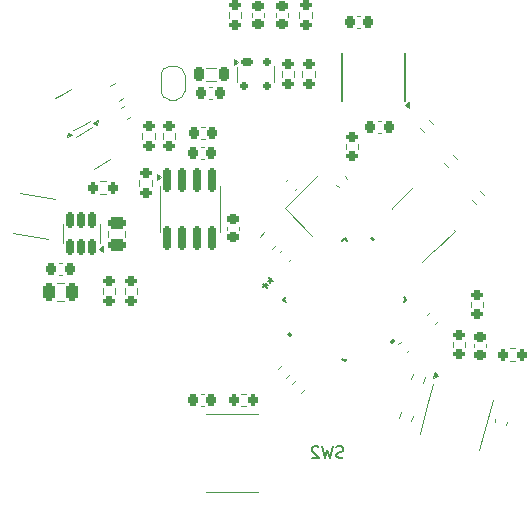
<source format=gbo>
%TF.GenerationSoftware,KiCad,Pcbnew,9.0.0*%
%TF.CreationDate,2025-05-02T17:15:01+02:00*%
%TF.ProjectId,009_RGB Sound Control Light Bar Redesign_fraseross,3030395f-5247-4422-9053-6f756e642043,rev?*%
%TF.SameCoordinates,Original*%
%TF.FileFunction,Legend,Bot*%
%TF.FilePolarity,Positive*%
%FSLAX46Y46*%
G04 Gerber Fmt 4.6, Leading zero omitted, Abs format (unit mm)*
G04 Created by KiCad (PCBNEW 9.0.0) date 2025-05-02 17:15:01*
%MOMM*%
%LPD*%
G01*
G04 APERTURE LIST*
G04 Aperture macros list*
%AMRoundRect*
0 Rectangle with rounded corners*
0 $1 Rounding radius*
0 $2 $3 $4 $5 $6 $7 $8 $9 X,Y pos of 4 corners*
0 Add a 4 corners polygon primitive as box body*
4,1,4,$2,$3,$4,$5,$6,$7,$8,$9,$2,$3,0*
0 Add four circle primitives for the rounded corners*
1,1,$1+$1,$2,$3*
1,1,$1+$1,$4,$5*
1,1,$1+$1,$6,$7*
1,1,$1+$1,$8,$9*
0 Add four rect primitives between the rounded corners*
20,1,$1+$1,$2,$3,$4,$5,0*
20,1,$1+$1,$4,$5,$6,$7,0*
20,1,$1+$1,$6,$7,$8,$9,0*
20,1,$1+$1,$8,$9,$2,$3,0*%
%AMHorizOval*
0 Thick line with rounded ends*
0 $1 width*
0 $2 $3 position (X,Y) of the first rounded end (center of the circle)*
0 $4 $5 position (X,Y) of the second rounded end (center of the circle)*
0 Add line between two ends*
20,1,$1,$2,$3,$4,$5,0*
0 Add two circle primitives to create the rounded ends*
1,1,$1,$2,$3*
1,1,$1,$4,$5*%
%AMRotRect*
0 Rectangle, with rotation*
0 The origin of the aperture is its center*
0 $1 length*
0 $2 width*
0 $3 Rotation angle, in degrees counterclockwise*
0 Add horizontal line*
21,1,$1,$2,0,0,$3*%
%AMFreePoly0*
4,1,23,0.500000,-0.750000,0.000000,-0.750000,0.000000,-0.745722,-0.065263,-0.745722,-0.191342,-0.711940,-0.304381,-0.646677,-0.396677,-0.554381,-0.461940,-0.441342,-0.495722,-0.315263,-0.495722,-0.250000,-0.500000,-0.250000,-0.500000,0.250000,-0.495722,0.250000,-0.495722,0.315263,-0.461940,0.441342,-0.396677,0.554381,-0.304381,0.646677,-0.191342,0.711940,-0.065263,0.745722,0.000000,0.745722,
0.000000,0.750000,0.500000,0.750000,0.500000,-0.750000,0.500000,-0.750000,$1*%
%AMFreePoly1*
4,1,23,0.000000,0.745722,0.065263,0.745722,0.191342,0.711940,0.304381,0.646677,0.396677,0.554381,0.461940,0.441342,0.495722,0.315263,0.495722,0.250000,0.500000,0.250000,0.500000,-0.250000,0.495722,-0.250000,0.495722,-0.315263,0.461940,-0.441342,0.396677,-0.554381,0.304381,-0.646677,0.191342,-0.711940,0.065263,-0.745722,0.000000,-0.745722,0.000000,-0.750000,-0.500000,-0.750000,
-0.500000,0.750000,0.000000,0.750000,0.000000,0.745722,0.000000,0.745722,$1*%
%AMFreePoly2*
4,1,11,0.760000,0.825000,0.380000,0.510000,0.380000,-0.510000,0.760000,-0.825000,0.760000,-1.525000,-0.125000,-1.525000,-0.380000,-1.270000,-0.380000,1.270000,-0.125000,1.525000,0.760000,1.525000,0.760000,0.825000,0.760000,0.825000,$1*%
G04 Aperture macros list end*
%ADD10C,0.150000*%
%ADD11C,0.120000*%
%ADD12C,0.152400*%
%ADD13C,0.000000*%
%ADD14C,0.010000*%
%ADD15C,1.020000*%
%ADD16O,1.100000X1.800000*%
%ADD17C,0.889000*%
%ADD18C,1.498600*%
%ADD19C,1.300000*%
%ADD20C,1.875000*%
%ADD21RotRect,1.700000X1.700000X300.000000*%
%ADD22HorizOval,1.700000X0.000000X0.000000X0.000000X0.000000X0*%
%ADD23RotRect,1.700000X1.700000X35.000000*%
%ADD24HorizOval,1.700000X0.000000X0.000000X0.000000X0.000000X0*%
%ADD25RotRect,0.850000X0.850000X350.000000*%
%ADD26HorizOval,0.850000X0.000000X0.000000X0.000000X0.000000X0*%
%ADD27RoundRect,0.225000X-0.225000X-0.250000X0.225000X-0.250000X0.225000X0.250000X-0.225000X0.250000X0*%
%ADD28FreePoly0,270.000000*%
%ADD29FreePoly1,270.000000*%
%ADD30RoundRect,0.225000X-0.250000X0.225000X-0.250000X-0.225000X0.250000X-0.225000X0.250000X0.225000X0*%
%ADD31RoundRect,0.225000X0.183247X-0.282038X0.299716X0.152629X-0.183247X0.282038X-0.299716X-0.152629X0*%
%ADD32R,0.400000X1.200000*%
%ADD33RoundRect,0.225000X0.225000X0.250000X-0.225000X0.250000X-0.225000X-0.250000X0.225000X-0.250000X0*%
%ADD34RoundRect,0.200000X0.053033X-0.335876X0.335876X-0.053033X-0.053033X0.335876X-0.335876X0.053033X0*%
%ADD35RoundRect,0.225000X0.250000X-0.225000X0.250000X0.225000X-0.250000X0.225000X-0.250000X-0.225000X0*%
%ADD36RoundRect,0.225000X0.017678X-0.335876X0.335876X-0.017678X-0.017678X0.335876X-0.335876X0.017678X0*%
%ADD37RoundRect,0.175000X-0.325000X0.175000X-0.325000X-0.175000X0.325000X-0.175000X0.325000X0.175000X0*%
%ADD38RoundRect,0.150000X-0.150000X0.200000X-0.150000X-0.200000X0.150000X-0.200000X0.150000X0.200000X0*%
%ADD39RoundRect,0.200000X-0.275000X0.200000X-0.275000X-0.200000X0.275000X-0.200000X0.275000X0.200000X0*%
%ADD40RoundRect,0.200000X0.275000X-0.200000X0.275000X0.200000X-0.275000X0.200000X-0.275000X-0.200000X0*%
%ADD41RoundRect,0.200000X-0.213866X0.264360X-0.317393X-0.122010X0.213866X-0.264360X0.317393X0.122010X0*%
%ADD42RoundRect,0.250000X-0.475000X0.250000X-0.475000X-0.250000X0.475000X-0.250000X0.475000X0.250000X0*%
%ADD43RotRect,2.000000X0.500000X45.000000*%
%ADD44RoundRect,0.225000X-0.335876X-0.017678X-0.017678X-0.335876X0.335876X0.017678X0.017678X0.335876X0*%
%ADD45RoundRect,0.100000X0.068405X0.641660X-0.261590X-0.589896X-0.068405X-0.641660X0.261590X0.589896X0*%
%ADD46RoundRect,0.200000X0.200000X0.275000X-0.200000X0.275000X-0.200000X-0.275000X0.200000X-0.275000X0*%
%ADD47RoundRect,0.250000X-0.159099X0.512652X-0.512652X0.159099X0.159099X-0.512652X0.512652X-0.159099X0*%
%ADD48RoundRect,0.200000X-0.200000X-0.275000X0.200000X-0.275000X0.200000X0.275000X-0.200000X0.275000X0*%
%ADD49RoundRect,0.250000X0.002332X0.520961X-0.452332X0.258461X-0.002332X-0.520961X0.452332X-0.258461X0*%
%ADD50RoundRect,0.200000X0.335876X0.053033X0.053033X0.335876X-0.335876X-0.053033X-0.053033X-0.335876X0*%
%ADD51RoundRect,0.218750X-0.218750X-0.381250X0.218750X-0.381250X0.218750X0.381250X-0.218750X0.381250X0*%
%ADD52RoundRect,0.150000X0.368838X0.386154X-0.518838X-0.126346X-0.368838X-0.386154X0.518838X0.126346X0*%
%ADD53R,2.600000X1.400000*%
%ADD54RotRect,1.400000X1.200000X45.000000*%
%ADD55RoundRect,0.225000X-0.017678X0.335876X-0.335876X0.017678X0.017678X-0.335876X0.335876X-0.017678X0*%
%ADD56FreePoly2,170.000000*%
%ADD57FreePoly2,350.000000*%
%ADD58RoundRect,0.218750X-0.026517X0.335876X-0.335876X0.026517X0.026517X-0.335876X0.335876X-0.026517X0*%
%ADD59RoundRect,0.225000X-0.069856X-0.329006X0.319856X-0.104006X0.069856X0.329006X-0.319856X0.104006X0*%
%ADD60RoundRect,0.150000X-0.368838X-0.386154X0.518838X0.126346X0.368838X0.386154X-0.518838X-0.126346X0*%
%ADD61RoundRect,0.150000X0.150000X-0.512500X0.150000X0.512500X-0.150000X0.512500X-0.150000X-0.512500X0*%
%ADD62RotRect,0.507200X1.416799X225.000000*%
%ADD63RotRect,0.507200X1.416799X315.000000*%
%ADD64RoundRect,0.250000X-0.250000X-0.475000X0.250000X-0.475000X0.250000X0.475000X-0.250000X0.475000X0*%
%ADD65RoundRect,0.200000X-0.335876X-0.053033X-0.053033X-0.335876X0.335876X0.053033X0.053033X0.335876X0*%
%ADD66RoundRect,0.150000X-0.150000X0.825000X-0.150000X-0.825000X0.150000X-0.825000X0.150000X0.825000X0*%
%ADD67R,3.300000X2.410000*%
G04 APERTURE END LIST*
D10*
X137433332Y-136957200D02*
X137290475Y-137004819D01*
X137290475Y-137004819D02*
X137052380Y-137004819D01*
X137052380Y-137004819D02*
X136957142Y-136957200D01*
X136957142Y-136957200D02*
X136909523Y-136909580D01*
X136909523Y-136909580D02*
X136861904Y-136814342D01*
X136861904Y-136814342D02*
X136861904Y-136719104D01*
X136861904Y-136719104D02*
X136909523Y-136623866D01*
X136909523Y-136623866D02*
X136957142Y-136576247D01*
X136957142Y-136576247D02*
X137052380Y-136528628D01*
X137052380Y-136528628D02*
X137242856Y-136481009D01*
X137242856Y-136481009D02*
X137338094Y-136433390D01*
X137338094Y-136433390D02*
X137385713Y-136385771D01*
X137385713Y-136385771D02*
X137433332Y-136290533D01*
X137433332Y-136290533D02*
X137433332Y-136195295D01*
X137433332Y-136195295D02*
X137385713Y-136100057D01*
X137385713Y-136100057D02*
X137338094Y-136052438D01*
X137338094Y-136052438D02*
X137242856Y-136004819D01*
X137242856Y-136004819D02*
X137004761Y-136004819D01*
X137004761Y-136004819D02*
X136861904Y-136052438D01*
X136528570Y-136004819D02*
X136290475Y-137004819D01*
X136290475Y-137004819D02*
X136099999Y-136290533D01*
X136099999Y-136290533D02*
X135909523Y-137004819D01*
X135909523Y-137004819D02*
X135671428Y-136004819D01*
X135338094Y-136100057D02*
X135290475Y-136052438D01*
X135290475Y-136052438D02*
X135195237Y-136004819D01*
X135195237Y-136004819D02*
X134957142Y-136004819D01*
X134957142Y-136004819D02*
X134861904Y-136052438D01*
X134861904Y-136052438D02*
X134814285Y-136100057D01*
X134814285Y-136100057D02*
X134766666Y-136195295D01*
X134766666Y-136195295D02*
X134766666Y-136290533D01*
X134766666Y-136290533D02*
X134814285Y-136433390D01*
X134814285Y-136433390D02*
X135385713Y-137004819D01*
X135385713Y-137004819D02*
X134766666Y-137004819D01*
X130667037Y-122552338D02*
X130835395Y-122383979D01*
X130599693Y-122282964D02*
X130835395Y-122383979D01*
X130835395Y-122383979D02*
X130936411Y-122619681D01*
X130869067Y-122148277D02*
X130835395Y-122383979D01*
X130835395Y-122383979D02*
X131071098Y-122350307D01*
X131438038Y-121781335D02*
X131269680Y-121949694D01*
X131505382Y-122050709D02*
X131269680Y-121949694D01*
X131269680Y-121949694D02*
X131168664Y-121713992D01*
X131236008Y-122185396D02*
X131269680Y-121949694D01*
X131269680Y-121949694D02*
X131033977Y-121983366D01*
D11*
%TO.C,C13*%
X125409419Y-108990001D02*
X125690581Y-108990000D01*
X125409419Y-110010000D02*
X125690581Y-110009999D01*
%TO.C,C12*%
X138609420Y-99540000D02*
X138890580Y-99540000D01*
X138609420Y-100560000D02*
X138890580Y-100560000D01*
%TO.C,JP2*%
X122000000Y-104550000D02*
X122000000Y-105950000D01*
X122700000Y-106650000D02*
X123300000Y-106650000D01*
X123300000Y-103850000D02*
X122700000Y-103850000D01*
X124000000Y-105950000D02*
X124000000Y-104550000D01*
X122000000Y-104550000D02*
G75*
G02*
X122700000Y-103850000I699999J1D01*
G01*
X122700000Y-106650000D02*
G75*
G02*
X122000000Y-105950000I0J700000D01*
G01*
X123300000Y-103850000D02*
G75*
G02*
X124000000Y-104550000I1J-699999D01*
G01*
X124000000Y-105950000D02*
G75*
G02*
X123300000Y-106650000I-700000J0D01*
G01*
%TO.C,C18*%
X127590000Y-117409419D02*
X127590001Y-117690581D01*
X128609999Y-117409419D02*
X128610000Y-117690581D01*
%TO.C,C21*%
X150240772Y-133956747D02*
X150313541Y-133685165D01*
X151226015Y-134220743D02*
X151298784Y-133949161D01*
D10*
%TO.C,U1*%
X137300000Y-106750000D02*
X137300000Y-102750000D01*
X142700000Y-106750000D02*
X142700000Y-102750000D01*
D11*
X143030000Y-107340000D02*
X142700000Y-107100000D01*
X143030000Y-106860000D01*
X143030000Y-107340000D01*
G36*
X143030000Y-107340000D02*
G01*
X142700000Y-107100000D01*
X143030000Y-106860000D01*
X143030000Y-107340000D01*
G37*
%TO.C,C1*%
X125640581Y-131590000D02*
X125359419Y-131590001D01*
X125640581Y-132609999D02*
X125359419Y-132610000D01*
%TO.C,R2*%
X131879407Y-129481666D02*
X132214940Y-129146133D01*
X132618334Y-130220593D02*
X132953867Y-129885060D01*
%TO.C,C11*%
X131740000Y-99640580D02*
X131740000Y-99359420D01*
X132760000Y-99640580D02*
X132760000Y-99359420D01*
%TO.C,C2*%
X142089970Y-127338782D02*
X142288781Y-127139970D01*
X142811219Y-128060030D02*
X143010030Y-127861218D01*
%TO.C,D2*%
X128440000Y-105150000D02*
X128440000Y-103880000D01*
X131560000Y-103850000D02*
X131560000Y-105150000D01*
X128490000Y-103500000D02*
X128160000Y-103740000D01*
X128160000Y-103260000D01*
X128490000Y-103500000D01*
G36*
X128490000Y-103500000D02*
G01*
X128160000Y-103740000D01*
X128160000Y-103260000D01*
X128490000Y-103500000D01*
G37*
%TO.C,R26*%
X146727500Y-127162742D02*
X146727500Y-127637258D01*
X147772500Y-127162742D02*
X147772500Y-127637258D01*
%TO.C,R9*%
X127727500Y-99737258D02*
X127727500Y-99262742D01*
X128772500Y-99737258D02*
X128772500Y-99262742D01*
%TO.C,R24*%
X143306711Y-129885593D02*
X143183897Y-130343941D01*
X144316103Y-130156059D02*
X144193289Y-130614407D01*
%TO.C,C10*%
X129740000Y-99640580D02*
X129740000Y-99359420D01*
X130760000Y-99640580D02*
X130760000Y-99359420D01*
%TO.C,C17*%
X117515001Y-117788749D02*
X117515000Y-118311252D01*
X118985000Y-117788748D02*
X118984999Y-118311251D01*
%TO.C,R3*%
X133129407Y-130731666D02*
X133464940Y-130396133D01*
X133868334Y-131470593D02*
X134203867Y-131135060D01*
%TO.C,J4*%
X141534207Y-115845406D02*
X143245405Y-114134208D01*
X141569562Y-115880760D02*
X141534207Y-115845406D01*
X143280760Y-114169563D02*
X143245405Y-114134208D01*
X144143431Y-120406245D02*
X145119240Y-119430437D01*
X145154595Y-119465792D02*
X145119240Y-119430437D01*
X145154595Y-119465792D02*
X146865793Y-117754594D01*
X146865793Y-117754594D02*
X146830438Y-117719240D01*
%TO.C,C4*%
X136839970Y-113861218D02*
X137038782Y-114060030D01*
X137561218Y-113139970D02*
X137760030Y-113338782D01*
%TO.C,U6*%
X144478934Y-132824482D02*
X143909532Y-134949519D01*
X144478934Y-132824482D02*
X145048336Y-130699445D01*
X149521066Y-134175518D02*
X148951664Y-136300555D01*
X149521066Y-134175518D02*
X150090468Y-132050481D01*
X145422694Y-130075061D02*
X145041822Y-130221473D01*
X145166055Y-129757829D01*
X145422694Y-130075061D01*
G36*
X145422694Y-130075061D02*
G01*
X145041822Y-130221473D01*
X145166055Y-129757829D01*
X145422694Y-130075061D01*
G37*
%TO.C,R23*%
X151987258Y-127727500D02*
X151512742Y-127727500D01*
X151987258Y-128772500D02*
X151512742Y-128772500D01*
%TO.C,C23*%
X140640581Y-108490000D02*
X140359419Y-108490001D01*
X140640581Y-109509999D02*
X140359419Y-109510000D01*
%TO.C,R1*%
X129237258Y-131577500D02*
X128762742Y-131577500D01*
X129237258Y-132622500D02*
X128762742Y-132622500D01*
%TO.C,R7*%
X137627500Y-110387742D02*
X137627500Y-110862258D01*
X138672500Y-110387742D02*
X138672500Y-110862258D01*
%TO.C,C22*%
X130715008Y-117895546D02*
X130345544Y-118265010D01*
X131754456Y-118934990D02*
X131384992Y-119304454D01*
%TO.C,R18*%
X116862742Y-113577500D02*
X117337257Y-113577500D01*
X116862743Y-114622500D02*
X117337258Y-114622500D01*
%TO.C,R17*%
X118079143Y-105249939D02*
X117685857Y-105477003D01*
X118814143Y-106522997D02*
X118420857Y-106750061D01*
%TO.C,R5*%
X144298303Y-109437230D02*
X143962770Y-109101697D01*
X145037230Y-108698303D02*
X144701697Y-108362770D01*
%TO.C,R20*%
X118927500Y-122612742D02*
X118927500Y-123087258D01*
X119972500Y-122612742D02*
X119972500Y-123087258D01*
%TO.C,R15*%
X148227500Y-124237258D02*
X148227500Y-123762742D01*
X149272500Y-124237258D02*
X149272500Y-123762742D01*
%TO.C,FB2*%
X125850378Y-103940000D02*
X126649622Y-103940000D01*
X125850378Y-105060000D02*
X126649622Y-105060000D01*
%TO.C,Q1*%
X115470000Y-109399000D02*
X114777180Y-109799000D01*
X115470000Y-109399000D02*
X116162820Y-108999000D01*
X117030000Y-112101000D02*
X116337180Y-112501000D01*
X117030000Y-112101000D02*
X117722820Y-111701000D01*
X116620833Y-108792302D02*
X116247987Y-108626513D01*
X116663679Y-108386513D01*
X116620833Y-108792302D01*
G36*
X116620833Y-108792302D02*
G01*
X116247987Y-108626513D01*
X116663679Y-108386513D01*
X116620833Y-108792302D01*
G37*
%TO.C,C16*%
X113359419Y-120490001D02*
X113640581Y-120490000D01*
X113359419Y-121510000D02*
X113640581Y-121509999D01*
%TO.C,SW2*%
X125800001Y-133300002D02*
X130200000Y-133300000D01*
X130199999Y-139899998D02*
X125800000Y-139900000D01*
%TO.C,Y1*%
X132469060Y-115847488D02*
X135297488Y-113019060D01*
X134802512Y-118180940D02*
X132469060Y-115847488D01*
%TO.C,C5*%
X132788782Y-113389970D02*
X132589970Y-113588782D01*
X133510030Y-114111218D02*
X133311218Y-114310030D01*
%TO.C,L1*%
X112403048Y-118454922D02*
X109497867Y-117942658D01*
X113002133Y-115057342D02*
X110096952Y-114545078D01*
%TO.C,FB3*%
X144747631Y-124681122D02*
X144517427Y-124911326D01*
X145468879Y-125402370D02*
X145238675Y-125632574D01*
%TO.C,C14*%
X118623254Y-107378617D02*
X118866746Y-107238037D01*
X119133254Y-108261963D02*
X119376746Y-108121383D01*
%TO.C,R21*%
X120427500Y-109987258D02*
X120427500Y-109512742D01*
X121472500Y-109987258D02*
X121472500Y-109512742D01*
%TO.C,C9*%
X126340581Y-105590000D02*
X126059419Y-105590001D01*
X126340581Y-106609999D02*
X126059419Y-106610000D01*
%TO.C,R25*%
X142306711Y-133135593D02*
X142183897Y-133593941D01*
X143316103Y-133406059D02*
X143193289Y-133864407D01*
%TO.C,U4*%
X113720000Y-106149000D02*
X113027180Y-106549000D01*
X113720000Y-106149000D02*
X114412820Y-105749000D01*
X115280000Y-108851000D02*
X114587180Y-109251000D01*
X115280000Y-108851000D02*
X115972820Y-108451000D01*
X114502013Y-109623487D02*
X114086321Y-109863487D01*
X114129167Y-109457698D01*
X114502013Y-109623487D01*
G36*
X114502013Y-109623487D02*
G01*
X114086321Y-109863487D01*
X114129167Y-109457698D01*
X114502013Y-109623487D01*
G37*
%TO.C,R22*%
X122177500Y-109987258D02*
X122177500Y-109512742D01*
X123222500Y-109987258D02*
X123222500Y-109512742D01*
%TO.C,R16*%
X120177500Y-113462742D02*
X120177501Y-113937258D01*
X121222499Y-113462742D02*
X121222500Y-113937258D01*
%TO.C,C19*%
X132089970Y-119588782D02*
X132288781Y-119389970D01*
X132811219Y-120310030D02*
X133010030Y-120111218D01*
%TO.C,U5*%
X113690000Y-118000000D02*
X113690000Y-117200000D01*
X113690000Y-118000000D02*
X113690000Y-118800000D01*
X116810000Y-118000000D02*
X116810000Y-117200000D01*
X116810000Y-118000000D02*
X116810000Y-118800000D01*
X117090000Y-119540000D02*
X116759994Y-119300006D01*
X117090002Y-119059999D01*
X117090000Y-119540000D01*
G36*
X117090000Y-119540000D02*
G01*
X116759994Y-119300006D01*
X117090002Y-119059999D01*
X117090000Y-119540000D01*
G37*
D12*
%TO.C,U2*%
X132341451Y-123600000D02*
X132551222Y-123390229D01*
X132551222Y-123809771D02*
X132341451Y-123600000D01*
X137340229Y-118601222D02*
X137550000Y-118391451D01*
X137550000Y-118391451D02*
X137759771Y-118601222D01*
X137550000Y-128808549D02*
X137340229Y-128598778D01*
X137759771Y-128598778D02*
X137550000Y-128808549D01*
X142548778Y-123390229D02*
X142758549Y-123600000D01*
X142758549Y-123600000D02*
X142548778Y-123809771D01*
D13*
G36*
X133140271Y-126582081D02*
G01*
X132960666Y-126761686D01*
X132691258Y-126492278D01*
X132870863Y-126312673D01*
X133140271Y-126582081D01*
G37*
G36*
X140146000Y-118444979D02*
G01*
X139966395Y-118624585D01*
X139696987Y-118355177D01*
X139876592Y-118175572D01*
X140146000Y-118444979D01*
G37*
G36*
X141843056Y-127057964D02*
G01*
X141573648Y-127327372D01*
X141394043Y-127147767D01*
X141663451Y-126878359D01*
X141843056Y-127057964D01*
G37*
D11*
%TO.C,C15*%
X113238748Y-122225000D02*
X113761252Y-122225000D01*
X113238748Y-123695000D02*
X113761252Y-123695000D01*
%TO.C,R6*%
X148312770Y-115151697D02*
X148648303Y-115487230D01*
X149051697Y-114412770D02*
X149387230Y-114748303D01*
%TO.C,U3*%
X121889999Y-115925001D02*
X121889999Y-113975000D01*
X121889999Y-115925001D02*
X121890000Y-117875001D01*
X127009999Y-115925001D02*
X127009998Y-113975001D01*
X127009999Y-115925001D02*
X127009999Y-117875002D01*
X121984999Y-113225001D02*
X121654999Y-113465002D01*
X121655000Y-112985001D01*
X121984999Y-113225001D01*
G36*
X121984999Y-113225001D02*
G01*
X121654999Y-113465002D01*
X121655000Y-112985001D01*
X121984999Y-113225001D01*
G37*
%TO.C,R11*%
X133727500Y-99737258D02*
X133727500Y-99262742D01*
X134772500Y-99737258D02*
X134772500Y-99262742D01*
%TO.C,R14*%
X132227500Y-104737258D02*
X132227500Y-104262742D01*
X133272500Y-104737258D02*
X133272500Y-104262742D01*
%TO.C,R13*%
X133977500Y-104262742D02*
X133977500Y-104737258D01*
X135022500Y-104262742D02*
X135022500Y-104737258D01*
%TO.C,C20*%
X148490000Y-127640580D02*
X148490000Y-127359420D01*
X149510000Y-127640580D02*
X149510000Y-127359420D01*
%TO.C,R19*%
X117077500Y-123087258D02*
X117077500Y-122612742D01*
X118122500Y-123087258D02*
X118122500Y-122612742D01*
%TO.C,R4*%
X145962770Y-112051697D02*
X146298303Y-112387230D01*
X146701697Y-111312770D02*
X147037230Y-111648303D01*
%TO.C,C6*%
X125359419Y-110690001D02*
X125640581Y-110690000D01*
X125359419Y-111710000D02*
X125640581Y-111709999D01*
%TD*%
%LPC*%
D14*
%TO.C,P2*%
X126139000Y-98251000D02*
X126173000Y-98254000D01*
X126207000Y-98258000D01*
X126240000Y-98264000D01*
X126273000Y-98272000D01*
X126306000Y-98282000D01*
X126338000Y-98293000D01*
X126369000Y-98306000D01*
X126400000Y-98321000D01*
X126430000Y-98337000D01*
X126459000Y-98355000D01*
X126487000Y-98374000D01*
X126514000Y-98395000D01*
X126540000Y-98417000D01*
X126565000Y-98440000D01*
X126588000Y-98465000D01*
X126610000Y-98491000D01*
X126631000Y-98518000D01*
X126650000Y-98546000D01*
X126668000Y-98575000D01*
X126684000Y-98605000D01*
X126699000Y-98636000D01*
X126712000Y-98667000D01*
X126723000Y-98699000D01*
X126733000Y-98732000D01*
X126741000Y-98765000D01*
X126747000Y-98798000D01*
X126751000Y-98832000D01*
X126754000Y-98866000D01*
X126755000Y-98900000D01*
X126755000Y-99250000D01*
X126755000Y-99600000D01*
X126754000Y-99634000D01*
X126751000Y-99668000D01*
X126747000Y-99702000D01*
X126741000Y-99735000D01*
X126733000Y-99768000D01*
X126723000Y-99801000D01*
X126712000Y-99833000D01*
X126699000Y-99864000D01*
X126684000Y-99895000D01*
X126668000Y-99925000D01*
X126650000Y-99954000D01*
X126631000Y-99982000D01*
X126610000Y-100009000D01*
X126588000Y-100035000D01*
X126565000Y-100060000D01*
X126540000Y-100083000D01*
X126514000Y-100105000D01*
X126487000Y-100126000D01*
X126459000Y-100145000D01*
X126430000Y-100163000D01*
X126400000Y-100179000D01*
X126369000Y-100194000D01*
X126338000Y-100207000D01*
X126306000Y-100218000D01*
X126273000Y-100228000D01*
X126240000Y-100236000D01*
X126207000Y-100242000D01*
X126173000Y-100246000D01*
X126139000Y-100249000D01*
X126105000Y-100250000D01*
X126071000Y-100249000D01*
X126037000Y-100246000D01*
X126003000Y-100242000D01*
X125970000Y-100236000D01*
X125937000Y-100228000D01*
X125904000Y-100218000D01*
X125872000Y-100207000D01*
X125841000Y-100194000D01*
X125810000Y-100179000D01*
X125780000Y-100163000D01*
X125751000Y-100145000D01*
X125723000Y-100126000D01*
X125696000Y-100105000D01*
X125670000Y-100083000D01*
X125645000Y-100060000D01*
X125622000Y-100035000D01*
X125600000Y-100009000D01*
X125579000Y-99982000D01*
X125560000Y-99954000D01*
X125542000Y-99925000D01*
X125526000Y-99895000D01*
X125511000Y-99864000D01*
X125498000Y-99833000D01*
X125487000Y-99801000D01*
X125477000Y-99768000D01*
X125469000Y-99735000D01*
X125463000Y-99702000D01*
X125459000Y-99668000D01*
X125456000Y-99634000D01*
X125455000Y-99600000D01*
X125455000Y-99250000D01*
X125455000Y-98900000D01*
X125456000Y-98866000D01*
X125459000Y-98832000D01*
X125463000Y-98798000D01*
X125469000Y-98765000D01*
X125477000Y-98732000D01*
X125487000Y-98699000D01*
X125498000Y-98667000D01*
X125511000Y-98636000D01*
X125526000Y-98605000D01*
X125542000Y-98575000D01*
X125560000Y-98546000D01*
X125579000Y-98518000D01*
X125600000Y-98491000D01*
X125622000Y-98465000D01*
X125645000Y-98440000D01*
X125670000Y-98417000D01*
X125696000Y-98395000D01*
X125723000Y-98374000D01*
X125751000Y-98355000D01*
X125780000Y-98337000D01*
X125810000Y-98321000D01*
X125841000Y-98306000D01*
X125872000Y-98293000D01*
X125904000Y-98282000D01*
X125937000Y-98272000D01*
X125970000Y-98264000D01*
X126003000Y-98258000D01*
X126037000Y-98254000D01*
X126071000Y-98251000D01*
X126105000Y-98250000D01*
X126139000Y-98251000D01*
G36*
X126139000Y-98251000D02*
G01*
X126173000Y-98254000D01*
X126207000Y-98258000D01*
X126240000Y-98264000D01*
X126273000Y-98272000D01*
X126306000Y-98282000D01*
X126338000Y-98293000D01*
X126369000Y-98306000D01*
X126400000Y-98321000D01*
X126430000Y-98337000D01*
X126459000Y-98355000D01*
X126487000Y-98374000D01*
X126514000Y-98395000D01*
X126540000Y-98417000D01*
X126565000Y-98440000D01*
X126588000Y-98465000D01*
X126610000Y-98491000D01*
X126631000Y-98518000D01*
X126650000Y-98546000D01*
X126668000Y-98575000D01*
X126684000Y-98605000D01*
X126699000Y-98636000D01*
X126712000Y-98667000D01*
X126723000Y-98699000D01*
X126733000Y-98732000D01*
X126741000Y-98765000D01*
X126747000Y-98798000D01*
X126751000Y-98832000D01*
X126754000Y-98866000D01*
X126755000Y-98900000D01*
X126755000Y-99250000D01*
X126755000Y-99600000D01*
X126754000Y-99634000D01*
X126751000Y-99668000D01*
X126747000Y-99702000D01*
X126741000Y-99735000D01*
X126733000Y-99768000D01*
X126723000Y-99801000D01*
X126712000Y-99833000D01*
X126699000Y-99864000D01*
X126684000Y-99895000D01*
X126668000Y-99925000D01*
X126650000Y-99954000D01*
X126631000Y-99982000D01*
X126610000Y-100009000D01*
X126588000Y-100035000D01*
X126565000Y-100060000D01*
X126540000Y-100083000D01*
X126514000Y-100105000D01*
X126487000Y-100126000D01*
X126459000Y-100145000D01*
X126430000Y-100163000D01*
X126400000Y-100179000D01*
X126369000Y-100194000D01*
X126338000Y-100207000D01*
X126306000Y-100218000D01*
X126273000Y-100228000D01*
X126240000Y-100236000D01*
X126207000Y-100242000D01*
X126173000Y-100246000D01*
X126139000Y-100249000D01*
X126105000Y-100250000D01*
X126071000Y-100249000D01*
X126037000Y-100246000D01*
X126003000Y-100242000D01*
X125970000Y-100236000D01*
X125937000Y-100228000D01*
X125904000Y-100218000D01*
X125872000Y-100207000D01*
X125841000Y-100194000D01*
X125810000Y-100179000D01*
X125780000Y-100163000D01*
X125751000Y-100145000D01*
X125723000Y-100126000D01*
X125696000Y-100105000D01*
X125670000Y-100083000D01*
X125645000Y-100060000D01*
X125622000Y-100035000D01*
X125600000Y-100009000D01*
X125579000Y-99982000D01*
X125560000Y-99954000D01*
X125542000Y-99925000D01*
X125526000Y-99895000D01*
X125511000Y-99864000D01*
X125498000Y-99833000D01*
X125487000Y-99801000D01*
X125477000Y-99768000D01*
X125469000Y-99735000D01*
X125463000Y-99702000D01*
X125459000Y-99668000D01*
X125456000Y-99634000D01*
X125455000Y-99600000D01*
X125455000Y-99250000D01*
X125455000Y-98900000D01*
X125456000Y-98866000D01*
X125459000Y-98832000D01*
X125463000Y-98798000D01*
X125469000Y-98765000D01*
X125477000Y-98732000D01*
X125487000Y-98699000D01*
X125498000Y-98667000D01*
X125511000Y-98636000D01*
X125526000Y-98605000D01*
X125542000Y-98575000D01*
X125560000Y-98546000D01*
X125579000Y-98518000D01*
X125600000Y-98491000D01*
X125622000Y-98465000D01*
X125645000Y-98440000D01*
X125670000Y-98417000D01*
X125696000Y-98395000D01*
X125723000Y-98374000D01*
X125751000Y-98355000D01*
X125780000Y-98337000D01*
X125810000Y-98321000D01*
X125841000Y-98306000D01*
X125872000Y-98293000D01*
X125904000Y-98282000D01*
X125937000Y-98272000D01*
X125970000Y-98264000D01*
X126003000Y-98258000D01*
X126037000Y-98254000D01*
X126071000Y-98251000D01*
X126105000Y-98250000D01*
X126139000Y-98251000D01*
G37*
X135929000Y-98251000D02*
X135963000Y-98254000D01*
X135997000Y-98258000D01*
X136030000Y-98264000D01*
X136063000Y-98272000D01*
X136096000Y-98282000D01*
X136128000Y-98293000D01*
X136159000Y-98306000D01*
X136190000Y-98321000D01*
X136220000Y-98337000D01*
X136249000Y-98355000D01*
X136277000Y-98374000D01*
X136304000Y-98395000D01*
X136330000Y-98417000D01*
X136355000Y-98440000D01*
X136378000Y-98465000D01*
X136400000Y-98491000D01*
X136421000Y-98518000D01*
X136440000Y-98546000D01*
X136458000Y-98575000D01*
X136474000Y-98605000D01*
X136489000Y-98636000D01*
X136502000Y-98667000D01*
X136513000Y-98699000D01*
X136523000Y-98732000D01*
X136531000Y-98765000D01*
X136537000Y-98798000D01*
X136541000Y-98832000D01*
X136544000Y-98866000D01*
X136545000Y-98900000D01*
X136545000Y-99250000D01*
X136545000Y-99600000D01*
X136544000Y-99634000D01*
X136541000Y-99668000D01*
X136537000Y-99702000D01*
X136531000Y-99735000D01*
X136523000Y-99768000D01*
X136513000Y-99801000D01*
X136502000Y-99833000D01*
X136489000Y-99864000D01*
X136474000Y-99895000D01*
X136458000Y-99925000D01*
X136440000Y-99954000D01*
X136421000Y-99982000D01*
X136400000Y-100009000D01*
X136378000Y-100035000D01*
X136355000Y-100060000D01*
X136330000Y-100083000D01*
X136304000Y-100105000D01*
X136277000Y-100126000D01*
X136249000Y-100145000D01*
X136220000Y-100163000D01*
X136190000Y-100179000D01*
X136159000Y-100194000D01*
X136128000Y-100207000D01*
X136096000Y-100218000D01*
X136063000Y-100228000D01*
X136030000Y-100236000D01*
X135997000Y-100242000D01*
X135963000Y-100246000D01*
X135929000Y-100249000D01*
X135895000Y-100250000D01*
X135861000Y-100249000D01*
X135827000Y-100246000D01*
X135793000Y-100242000D01*
X135760000Y-100236000D01*
X135727000Y-100228000D01*
X135694000Y-100218000D01*
X135662000Y-100207000D01*
X135631000Y-100194000D01*
X135600000Y-100179000D01*
X135570000Y-100163000D01*
X135541000Y-100145000D01*
X135513000Y-100126000D01*
X135486000Y-100105000D01*
X135460000Y-100083000D01*
X135435000Y-100060000D01*
X135412000Y-100035000D01*
X135390000Y-100009000D01*
X135369000Y-99982000D01*
X135350000Y-99954000D01*
X135332000Y-99925000D01*
X135316000Y-99895000D01*
X135301000Y-99864000D01*
X135288000Y-99833000D01*
X135277000Y-99801000D01*
X135267000Y-99768000D01*
X135259000Y-99735000D01*
X135253000Y-99702000D01*
X135249000Y-99668000D01*
X135246000Y-99634000D01*
X135245000Y-99600000D01*
X135245000Y-99250000D01*
X135245000Y-98900000D01*
X135246000Y-98866000D01*
X135249000Y-98832000D01*
X135253000Y-98798000D01*
X135259000Y-98765000D01*
X135267000Y-98732000D01*
X135277000Y-98699000D01*
X135288000Y-98667000D01*
X135301000Y-98636000D01*
X135316000Y-98605000D01*
X135332000Y-98575000D01*
X135350000Y-98546000D01*
X135369000Y-98518000D01*
X135390000Y-98491000D01*
X135412000Y-98465000D01*
X135435000Y-98440000D01*
X135460000Y-98417000D01*
X135486000Y-98395000D01*
X135513000Y-98374000D01*
X135541000Y-98355000D01*
X135570000Y-98337000D01*
X135600000Y-98321000D01*
X135631000Y-98306000D01*
X135662000Y-98293000D01*
X135694000Y-98282000D01*
X135727000Y-98272000D01*
X135760000Y-98264000D01*
X135793000Y-98258000D01*
X135827000Y-98254000D01*
X135861000Y-98251000D01*
X135895000Y-98250000D01*
X135929000Y-98251000D01*
G36*
X135929000Y-98251000D02*
G01*
X135963000Y-98254000D01*
X135997000Y-98258000D01*
X136030000Y-98264000D01*
X136063000Y-98272000D01*
X136096000Y-98282000D01*
X136128000Y-98293000D01*
X136159000Y-98306000D01*
X136190000Y-98321000D01*
X136220000Y-98337000D01*
X136249000Y-98355000D01*
X136277000Y-98374000D01*
X136304000Y-98395000D01*
X136330000Y-98417000D01*
X136355000Y-98440000D01*
X136378000Y-98465000D01*
X136400000Y-98491000D01*
X136421000Y-98518000D01*
X136440000Y-98546000D01*
X136458000Y-98575000D01*
X136474000Y-98605000D01*
X136489000Y-98636000D01*
X136502000Y-98667000D01*
X136513000Y-98699000D01*
X136523000Y-98732000D01*
X136531000Y-98765000D01*
X136537000Y-98798000D01*
X136541000Y-98832000D01*
X136544000Y-98866000D01*
X136545000Y-98900000D01*
X136545000Y-99250000D01*
X136545000Y-99600000D01*
X136544000Y-99634000D01*
X136541000Y-99668000D01*
X136537000Y-99702000D01*
X136531000Y-99735000D01*
X136523000Y-99768000D01*
X136513000Y-99801000D01*
X136502000Y-99833000D01*
X136489000Y-99864000D01*
X136474000Y-99895000D01*
X136458000Y-99925000D01*
X136440000Y-99954000D01*
X136421000Y-99982000D01*
X136400000Y-100009000D01*
X136378000Y-100035000D01*
X136355000Y-100060000D01*
X136330000Y-100083000D01*
X136304000Y-100105000D01*
X136277000Y-100126000D01*
X136249000Y-100145000D01*
X136220000Y-100163000D01*
X136190000Y-100179000D01*
X136159000Y-100194000D01*
X136128000Y-100207000D01*
X136096000Y-100218000D01*
X136063000Y-100228000D01*
X136030000Y-100236000D01*
X135997000Y-100242000D01*
X135963000Y-100246000D01*
X135929000Y-100249000D01*
X135895000Y-100250000D01*
X135861000Y-100249000D01*
X135827000Y-100246000D01*
X135793000Y-100242000D01*
X135760000Y-100236000D01*
X135727000Y-100228000D01*
X135694000Y-100218000D01*
X135662000Y-100207000D01*
X135631000Y-100194000D01*
X135600000Y-100179000D01*
X135570000Y-100163000D01*
X135541000Y-100145000D01*
X135513000Y-100126000D01*
X135486000Y-100105000D01*
X135460000Y-100083000D01*
X135435000Y-100060000D01*
X135412000Y-100035000D01*
X135390000Y-100009000D01*
X135369000Y-99982000D01*
X135350000Y-99954000D01*
X135332000Y-99925000D01*
X135316000Y-99895000D01*
X135301000Y-99864000D01*
X135288000Y-99833000D01*
X135277000Y-99801000D01*
X135267000Y-99768000D01*
X135259000Y-99735000D01*
X135253000Y-99702000D01*
X135249000Y-99668000D01*
X135246000Y-99634000D01*
X135245000Y-99600000D01*
X135245000Y-99250000D01*
X135245000Y-98900000D01*
X135246000Y-98866000D01*
X135249000Y-98832000D01*
X135253000Y-98798000D01*
X135259000Y-98765000D01*
X135267000Y-98732000D01*
X135277000Y-98699000D01*
X135288000Y-98667000D01*
X135301000Y-98636000D01*
X135316000Y-98605000D01*
X135332000Y-98575000D01*
X135350000Y-98546000D01*
X135369000Y-98518000D01*
X135390000Y-98491000D01*
X135412000Y-98465000D01*
X135435000Y-98440000D01*
X135460000Y-98417000D01*
X135486000Y-98395000D01*
X135513000Y-98374000D01*
X135541000Y-98355000D01*
X135570000Y-98337000D01*
X135600000Y-98321000D01*
X135631000Y-98306000D01*
X135662000Y-98293000D01*
X135694000Y-98282000D01*
X135727000Y-98272000D01*
X135760000Y-98264000D01*
X135793000Y-98258000D01*
X135827000Y-98254000D01*
X135861000Y-98251000D01*
X135895000Y-98250000D01*
X135929000Y-98251000D01*
G37*
%TO.C,JP2*%
G36*
X122250000Y-105100000D02*
G01*
X123750000Y-105100000D01*
X123750000Y-105400000D01*
X122250000Y-105400000D01*
X122250000Y-105100000D01*
G37*
%TD*%
D15*
%TO.C,P2*%
X134250000Y-102150000D03*
X127750000Y-102150000D03*
D16*
X135895000Y-102250000D03*
X126105000Y-102250000D03*
%TD*%
D17*
%TO.C,SW1*%
X152547400Y-123400000D03*
X152547400Y-121100000D03*
D18*
X152847399Y-126000000D03*
X152847399Y-118500000D03*
%TD*%
D19*
%TO.C,S2*%
X125880385Y-142802703D03*
X127850000Y-143150000D03*
X129819616Y-143497296D03*
D20*
X123812289Y-142438042D03*
X131887713Y-143861957D03*
%TD*%
D21*
%TO.C,J1*%
X120354182Y-102362500D03*
D22*
X118154475Y-103632502D03*
%TD*%
D23*
%TO.C,J2*%
X145257790Y-104348386D03*
D24*
X146714674Y-106429034D03*
X148171558Y-108509678D03*
X149628442Y-110590325D03*
X151085327Y-112670971D03*
X152542211Y-114751617D03*
%TD*%
D25*
%TO.C,J5*%
X112000000Y-110500000D03*
D26*
X111826352Y-111484808D03*
X111652704Y-112469615D03*
X111479054Y-113454423D03*
%TD*%
D25*
%TO.C,J6*%
X109500000Y-125250000D03*
D26*
X109326352Y-126234808D03*
X109152704Y-127219615D03*
%TD*%
D27*
%TO.C,C13*%
X124774999Y-109500000D03*
X126325001Y-109500000D03*
%TD*%
%TO.C,C12*%
X137975000Y-100050000D03*
X139525000Y-100050000D03*
%TD*%
D28*
%TO.C,JP2*%
X123000000Y-104600000D03*
D29*
X123000000Y-105900000D03*
%TD*%
D30*
%TO.C,C18*%
X128100000Y-116774999D03*
X128100000Y-118325001D03*
%TD*%
D31*
%TO.C,C21*%
X150569193Y-134701547D03*
X150970363Y-133204361D03*
%TD*%
D32*
%TO.C,U1*%
X142222500Y-107350000D03*
X141587500Y-107350000D03*
X140952500Y-107350000D03*
X140317500Y-107350000D03*
X139682500Y-107350000D03*
X139047500Y-107350000D03*
X138412500Y-107350000D03*
X137777500Y-107350000D03*
X137777500Y-102150000D03*
X138412500Y-102150000D03*
X139047500Y-102150000D03*
X139682500Y-102150000D03*
X140317500Y-102150000D03*
X140952500Y-102150000D03*
X141587500Y-102150000D03*
X142222500Y-102150000D03*
%TD*%
D33*
%TO.C,C1*%
X126275001Y-132100000D03*
X124724999Y-132100000D03*
%TD*%
D34*
%TO.C,R2*%
X131833274Y-130266726D03*
X133000000Y-129100000D03*
%TD*%
D35*
%TO.C,C11*%
X132250000Y-100275000D03*
X132250000Y-98725000D03*
%TD*%
D36*
%TO.C,C2*%
X142001992Y-128148008D03*
X143098008Y-127051992D03*
%TD*%
D37*
%TO.C,D2*%
X129250000Y-103500000D03*
D38*
X130950000Y-103500000D03*
X130950000Y-105500000D03*
X129050000Y-105500000D03*
%TD*%
D39*
%TO.C,R26*%
X147250000Y-126575000D03*
X147250000Y-128225000D03*
%TD*%
D40*
%TO.C,R9*%
X128250000Y-100325000D03*
X128250000Y-98675000D03*
%TD*%
D41*
%TO.C,R24*%
X143963526Y-129453111D03*
X143536474Y-131046889D03*
%TD*%
D35*
%TO.C,C10*%
X130250000Y-100275000D03*
X130250000Y-98725000D03*
%TD*%
D42*
%TO.C,C17*%
X118250000Y-117100000D03*
X118250000Y-119000000D03*
%TD*%
D34*
%TO.C,R3*%
X133083274Y-131516726D03*
X134250000Y-130350000D03*
%TD*%
D43*
%TO.C,J4*%
X144447487Y-119380940D03*
X146780940Y-117047488D03*
X143740381Y-118673833D03*
X146073833Y-116340381D03*
X143033274Y-117966726D03*
X145366726Y-115633274D03*
X142326167Y-117259619D03*
X144659619Y-114926167D03*
X141619060Y-116552512D03*
X143952513Y-114219060D03*
%TD*%
D44*
%TO.C,C4*%
X136751992Y-113051992D03*
X137848008Y-114148008D03*
%TD*%
D45*
%TO.C,U6*%
X145857314Y-130230340D03*
X146485166Y-130398572D03*
X147113017Y-130566805D03*
X147740869Y-130735037D03*
X148368722Y-130903270D03*
X148996573Y-131071502D03*
X149624426Y-131239735D03*
X148142686Y-136769660D03*
X147514834Y-136601428D03*
X146886983Y-136433195D03*
X146259131Y-136264963D03*
X145631278Y-136096730D03*
X145003427Y-135928498D03*
X144375574Y-135760265D03*
%TD*%
D46*
%TO.C,R23*%
X152575000Y-128250000D03*
X150925000Y-128250000D03*
%TD*%
D33*
%TO.C,C23*%
X141275001Y-109000000D03*
X139724999Y-109000000D03*
%TD*%
D46*
%TO.C,R1*%
X129825000Y-132100000D03*
X128175000Y-132100000D03*
%TD*%
D39*
%TO.C,R7*%
X138150000Y-109800000D03*
X138150000Y-111450000D03*
%TD*%
D47*
%TO.C,C22*%
X131721752Y-117928248D03*
X130378248Y-119271752D03*
%TD*%
D48*
%TO.C,R18*%
X116275000Y-114100000D03*
X117925000Y-114100000D03*
%TD*%
D49*
%TO.C,R17*%
X119040248Y-105543750D03*
X117459752Y-106456250D03*
%TD*%
D50*
%TO.C,R5*%
X145083363Y-109483363D03*
X143916637Y-108316637D03*
%TD*%
D39*
%TO.C,R20*%
X119450000Y-122025000D03*
X119450000Y-123675000D03*
%TD*%
D40*
%TO.C,R15*%
X148750000Y-124825000D03*
X148750000Y-123175000D03*
%TD*%
D51*
%TO.C,FB2*%
X125187500Y-104500000D03*
X127312500Y-104500000D03*
%TD*%
D52*
%TO.C,Q1*%
X116760104Y-109358526D03*
X117235104Y-110181250D03*
X117710104Y-111003974D03*
X115739896Y-112141474D03*
X115264896Y-111318750D03*
X114789896Y-110496026D03*
%TD*%
D27*
%TO.C,C16*%
X112724999Y-121000000D03*
X114275001Y-121000000D03*
%TD*%
D53*
%TO.C,SW2*%
X132800003Y-134349998D03*
X123200000Y-134350000D03*
X132800000Y-138850000D03*
X123199997Y-138850002D03*
%TD*%
D54*
%TO.C,Y1*%
X133706496Y-115812128D03*
X135262128Y-114256498D03*
X136393504Y-115387872D03*
X134837872Y-116943502D03*
%TD*%
D55*
%TO.C,C5*%
X133598008Y-113301992D03*
X132501992Y-114398008D03*
%TD*%
D56*
%TO.C,L1*%
X112500705Y-116720532D03*
D57*
X109999295Y-116279468D03*
%TD*%
D58*
%TO.C,FB3*%
X145550000Y-124600000D03*
X144436306Y-125713696D03*
%TD*%
D59*
%TO.C,C14*%
X118328830Y-108137500D03*
X119671170Y-107362500D03*
%TD*%
D40*
%TO.C,R21*%
X120950000Y-110575000D03*
X120950000Y-108925000D03*
%TD*%
D33*
%TO.C,C9*%
X126975001Y-106100000D03*
X125424999Y-106100000D03*
%TD*%
D41*
%TO.C,R25*%
X142963526Y-132703111D03*
X142536474Y-134296889D03*
%TD*%
D60*
%TO.C,U4*%
X113989896Y-108891474D03*
X113514896Y-108068750D03*
X113039896Y-107246026D03*
X115010104Y-106108526D03*
X115485104Y-106931250D03*
X115960104Y-107753974D03*
%TD*%
D40*
%TO.C,R22*%
X122700000Y-110575000D03*
X122700000Y-108925000D03*
%TD*%
D39*
%TO.C,R16*%
X120700001Y-112875000D03*
X120699999Y-114525000D03*
%TD*%
D36*
%TO.C,C19*%
X132001992Y-120398008D03*
X133098008Y-119301992D03*
%TD*%
D61*
%TO.C,U5*%
X116200000Y-119137500D03*
X115250000Y-119137500D03*
X114300000Y-119137500D03*
X114300000Y-116862500D03*
X115250000Y-116862500D03*
X116200000Y-116862500D03*
%TD*%
D62*
%TO.C,U2*%
X132554715Y-122564511D03*
X133120399Y-121998827D03*
X133686085Y-121433141D03*
X134251771Y-120867455D03*
X134817455Y-120301771D03*
X135383141Y-119736085D03*
X135948826Y-119170400D03*
X136514511Y-118604715D03*
D63*
X138585489Y-118604715D03*
X139151173Y-119170399D03*
X139716859Y-119736085D03*
X140282545Y-120301771D03*
X140848229Y-120867455D03*
X141413915Y-121433141D03*
X141979600Y-121998826D03*
X142545285Y-122564511D03*
D62*
X142545285Y-124635489D03*
X141979601Y-125201173D03*
X141413915Y-125766859D03*
X140848229Y-126332545D03*
X140282545Y-126898229D03*
X139716859Y-127463915D03*
X139151174Y-128029600D03*
X138585489Y-128595285D03*
D63*
X136514511Y-128595285D03*
X135948827Y-128029601D03*
X135383141Y-127463915D03*
X134817455Y-126898229D03*
X134251771Y-126332545D03*
X133686085Y-125766859D03*
X133120400Y-125201174D03*
X132554715Y-124635489D03*
%TD*%
D64*
%TO.C,C15*%
X112550000Y-122960000D03*
X114450000Y-122960000D03*
%TD*%
D65*
%TO.C,R6*%
X148266637Y-114366637D03*
X149433363Y-115533363D03*
%TD*%
D66*
%TO.C,U3*%
X122544999Y-113450001D03*
X123814999Y-113450001D03*
X125084999Y-113450001D03*
X126355000Y-113450002D03*
X126354999Y-118400001D03*
X125084999Y-118400001D03*
X123814999Y-118400001D03*
X122544998Y-118400000D03*
D67*
X124449999Y-115925001D03*
%TD*%
D40*
%TO.C,R11*%
X134250000Y-100325000D03*
X134250000Y-98675000D03*
%TD*%
%TO.C,R14*%
X132750000Y-105325000D03*
X132750000Y-103675000D03*
%TD*%
D39*
%TO.C,R13*%
X134500000Y-103675000D03*
X134500000Y-105325000D03*
%TD*%
D35*
%TO.C,C20*%
X149000000Y-128275000D03*
X149000000Y-126725000D03*
%TD*%
D40*
%TO.C,R19*%
X117600000Y-123675000D03*
X117600000Y-122025000D03*
%TD*%
D65*
%TO.C,R4*%
X145916637Y-111266637D03*
X147083363Y-112433363D03*
%TD*%
D27*
%TO.C,C6*%
X124724999Y-111200000D03*
X126275001Y-111200000D03*
%TD*%
%LPD*%
M02*

</source>
